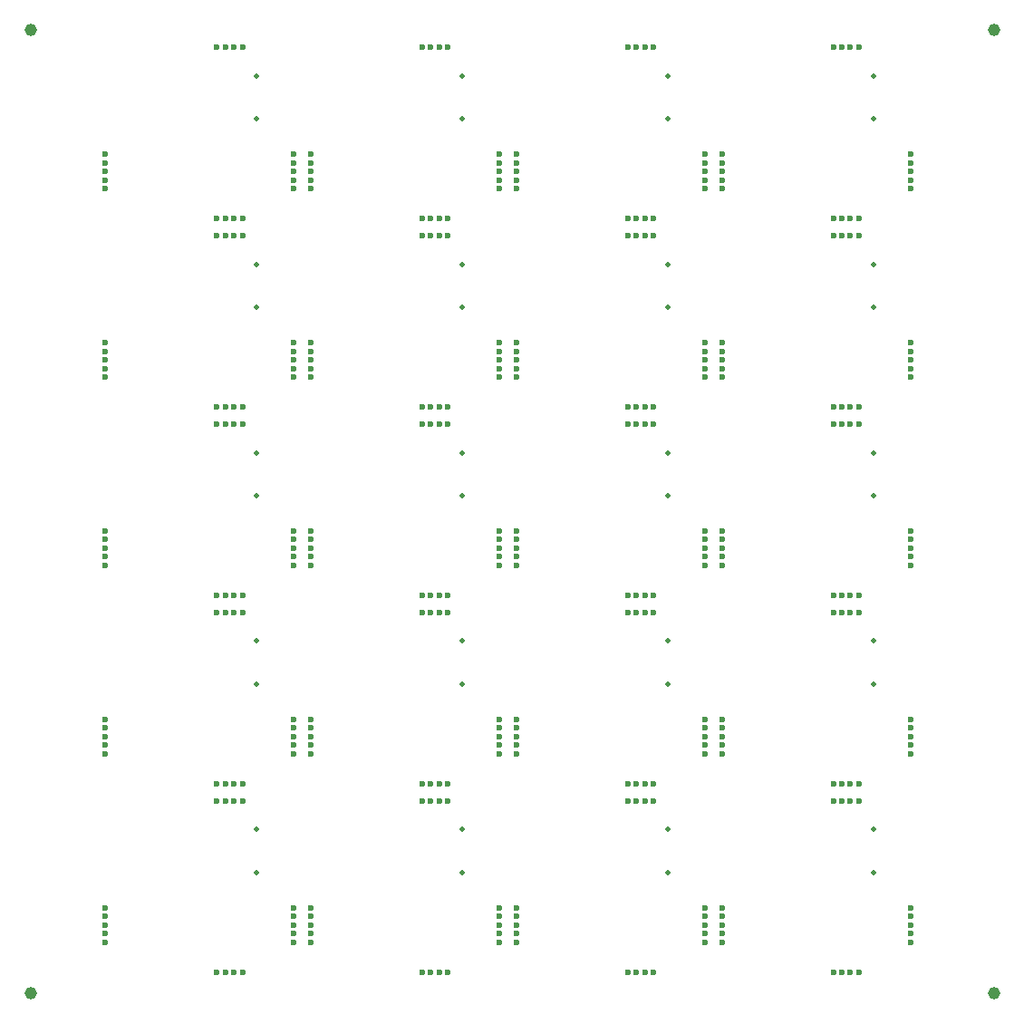
<source format=gbr>
%TF.GenerationSoftware,Altium Limited,Altium Designer,20.1.8 (145)*%
G04 Layer_Color=0*
%FSLAX45Y45*%
%MOMM*%
%TF.SameCoordinates,0AB19B83-9B04-4470-A1CB-4E81E99A1085*%
%TF.FilePolarity,Positive*%
%TF.FileFunction,NonPlated,1,2,NPTH,Drill*%
%TF.Part,CustomerPanel*%
G01*
G75*
%TA.AperFunction,OtherDrill,Pad Free-F (5mm,5mm)*%
%ADD56C,1.15200*%
%TA.AperFunction,OtherDrill,Pad Free-F (95mm,5mm)*%
%ADD57C,1.15200*%
%TA.AperFunction,OtherDrill,Pad Free-F (95mm,95mm)*%
%ADD58C,1.15200*%
%TA.AperFunction,OtherDrill,Pad Free-F (5mm,95mm)*%
%ADD59C,1.15200*%
%TA.AperFunction,OtherDrill,Pad Free-F (80mm,23mm)*%
%ADD60C,0.60000*%
%TA.AperFunction,OtherDrill,Pad Free-F (80.8mm,23mm)*%
%ADD61C,0.60000*%
%TA.AperFunction,OtherDrill,Pad Free-F (81.6mm,23mm)*%
%ADD62C,0.60000*%
%TA.AperFunction,OtherDrill,Pad Free-F (82.4mm,23mm)*%
%ADD63C,0.60000*%
%TA.AperFunction,OtherDrill,Pad Free-F (69.6mm,9.8mm)*%
%ADD64C,0.60000*%
%TA.AperFunction,OtherDrill,Pad Free-F (69.6mm,10.6mm)*%
%ADD65C,0.60000*%
%TA.AperFunction,OtherDrill,Pad Free-F (69.6mm,11.4mm)*%
%ADD66C,0.60000*%
%TA.AperFunction,OtherDrill,Pad Free-F (69.6mm,12.2mm)*%
%ADD67C,0.60000*%
%TA.AperFunction,OtherDrill,Pad Free-F (69.6mm,13mm)*%
%ADD68C,0.60000*%
%TA.AperFunction,OtherDrill,Pad Free-F (87.2mm,10.6mm)*%
%ADD69C,0.60000*%
%TA.AperFunction,OtherDrill,Pad Free-F (87.2mm,13mm)*%
%ADD70C,0.60000*%
%TA.AperFunction,OtherDrill,Pad Free-F (87.2mm,11.4mm)*%
%ADD71C,0.60000*%
%TA.AperFunction,OtherDrill,Pad Free-F (87.2mm,12.2mm)*%
%ADD72C,0.60000*%
%TA.AperFunction,OtherDrill,Pad Free-F (87.2mm,9.8mm)*%
%ADD73C,0.60000*%
%TA.AperFunction,OtherDrill,Pad Free-F (82.4mm,7mm)*%
%ADD74C,0.60000*%
%TA.AperFunction,OtherDrill,Pad Free-F (81.6mm,7mm)*%
%ADD75C,0.60000*%
%TA.AperFunction,OtherDrill,Pad Free-F (80.8mm,7mm)*%
%ADD76C,0.60000*%
%TA.AperFunction,OtherDrill,Pad Free-F (80mm,7mm)*%
%ADD77C,0.60000*%
%TA.AperFunction,OtherDrill,Pad Free-F (60.8mm,7mm)*%
%ADD78C,0.60000*%
%TA.AperFunction,OtherDrill,Pad Free-F (61.6mm,7mm)*%
%ADD79C,0.60000*%
%TA.AperFunction,OtherDrill,Pad Free-F (62.4mm,7mm)*%
%ADD80C,0.60000*%
%TA.AperFunction,OtherDrill,Pad Free-F (63.2mm,7mm)*%
%ADD81C,0.60000*%
%TA.AperFunction,OtherDrill,Pad Free-F (68mm,9.8mm)*%
%ADD82C,0.60000*%
%TA.AperFunction,OtherDrill,Pad Free-F (68mm,12.2mm)*%
%ADD83C,0.60000*%
%TA.AperFunction,OtherDrill,Pad Free-F (68mm,11.4mm)*%
%ADD84C,0.60000*%
%TA.AperFunction,OtherDrill,Pad Free-F (68mm,13mm)*%
%ADD85C,0.60000*%
%TA.AperFunction,OtherDrill,Pad Free-F (68mm,10.6mm)*%
%ADD86C,0.60000*%
%TA.AperFunction,OtherDrill,Pad Free-F (50.4mm,13mm)*%
%ADD87C,0.60000*%
%TA.AperFunction,OtherDrill,Pad Free-F (50.4mm,12.2mm)*%
%ADD88C,0.60000*%
%TA.AperFunction,OtherDrill,Pad Free-F (50.4mm,11.4mm)*%
%ADD89C,0.60000*%
%TA.AperFunction,OtherDrill,Pad Free-F (50.4mm,10.6mm)*%
%ADD90C,0.60000*%
%TA.AperFunction,OtherDrill,Pad Free-F (50.4mm,9.8mm)*%
%ADD91C,0.60000*%
%TA.AperFunction,OtherDrill,Pad Free-F (63.2mm,23mm)*%
%ADD92C,0.60000*%
%TA.AperFunction,OtherDrill,Pad Free-F (62.4mm,23mm)*%
%ADD93C,0.60000*%
%TA.AperFunction,OtherDrill,Pad Free-F (61.6mm,23mm)*%
%ADD94C,0.60000*%
%TA.AperFunction,OtherDrill,Pad Free-F (60.8mm,23mm)*%
%ADD95C,0.60000*%
%TA.AperFunction,OtherDrill,Pad Free-F (41.6mm,23mm)*%
%ADD96C,0.60000*%
%TA.AperFunction,OtherDrill,Pad Free-F (42.4mm,23mm)*%
%ADD97C,0.60000*%
%TA.AperFunction,OtherDrill,Pad Free-F (43.2mm,23mm)*%
%ADD98C,0.60000*%
%TA.AperFunction,OtherDrill,Pad Free-F (44mm,23mm)*%
%ADD99C,0.60000*%
%TA.AperFunction,OtherDrill,Pad Free-F (31.2mm,9.8mm)*%
%ADD100C,0.60000*%
%TA.AperFunction,OtherDrill,Pad Free-F (31.2mm,10.6mm)*%
%ADD101C,0.60000*%
%TA.AperFunction,OtherDrill,Pad Free-F (31.2mm,11.4mm)*%
%ADD102C,0.60000*%
%TA.AperFunction,OtherDrill,Pad Free-F (31.2mm,12.2mm)*%
%ADD103C,0.60000*%
%TA.AperFunction,OtherDrill,Pad Free-F (31.2mm,13mm)*%
%ADD104C,0.60000*%
%TA.AperFunction,OtherDrill,Pad Free-F (48.8mm,10.6mm)*%
%ADD105C,0.60000*%
%TA.AperFunction,OtherDrill,Pad Free-F (48.8mm,13mm)*%
%ADD106C,0.60000*%
%TA.AperFunction,OtherDrill,Pad Free-F (48.8mm,11.4mm)*%
%ADD107C,0.60000*%
%TA.AperFunction,OtherDrill,Pad Free-F (48.8mm,12.2mm)*%
%ADD108C,0.60000*%
%TA.AperFunction,OtherDrill,Pad Free-F (48.8mm,9.8mm)*%
%ADD109C,0.60000*%
%TA.AperFunction,OtherDrill,Pad Free-F (44mm,7mm)*%
%ADD110C,0.60000*%
%TA.AperFunction,OtherDrill,Pad Free-F (43.2mm,7mm)*%
%ADD111C,0.60000*%
%TA.AperFunction,OtherDrill,Pad Free-F (42.4mm,7mm)*%
%ADD112C,0.60000*%
%TA.AperFunction,OtherDrill,Pad Free-F (41.6mm,7mm)*%
%ADD113C,0.60000*%
%TA.AperFunction,OtherDrill,Pad Free-F (22.4mm,7mm)*%
%ADD114C,0.60000*%
%TA.AperFunction,OtherDrill,Pad Free-F (23.2mm,7mm)*%
%ADD115C,0.60000*%
%TA.AperFunction,OtherDrill,Pad Free-F (24mm,7mm)*%
%ADD116C,0.60000*%
%TA.AperFunction,OtherDrill,Pad Free-F (24.8mm,7mm)*%
%ADD117C,0.60000*%
%TA.AperFunction,OtherDrill,Pad Free-F (29.6mm,9.8mm)*%
%ADD118C,0.60000*%
%TA.AperFunction,OtherDrill,Pad Free-F (29.6mm,12.2mm)*%
%ADD119C,0.60000*%
%TA.AperFunction,OtherDrill,Pad Free-F (29.6mm,11.4mm)*%
%ADD120C,0.60000*%
%TA.AperFunction,OtherDrill,Pad Free-F (29.6mm,13mm)*%
%ADD121C,0.60000*%
%TA.AperFunction,OtherDrill,Pad Free-F (29.6mm,10.6mm)*%
%ADD122C,0.60000*%
%TA.AperFunction,OtherDrill,Pad Free-F (12mm,13mm)*%
%ADD123C,0.60000*%
%TA.AperFunction,OtherDrill,Pad Free-F (12mm,12.2mm)*%
%ADD124C,0.60000*%
%TA.AperFunction,OtherDrill,Pad Free-F (12mm,11.4mm)*%
%ADD125C,0.60000*%
%TA.AperFunction,OtherDrill,Pad Free-F (12mm,10.6mm)*%
%ADD126C,0.60000*%
%TA.AperFunction,OtherDrill,Pad Free-F (12mm,9.8mm)*%
%ADD127C,0.60000*%
%TA.AperFunction,OtherDrill,Pad Free-F (24.8mm,23mm)*%
%ADD128C,0.60000*%
%TA.AperFunction,OtherDrill,Pad Free-F (24mm,23mm)*%
%ADD129C,0.60000*%
%TA.AperFunction,OtherDrill,Pad Free-F (23.2mm,23mm)*%
%ADD130C,0.60000*%
%TA.AperFunction,OtherDrill,Pad Free-F (22.4mm,23mm)*%
%ADD131C,0.60000*%
%TA.AperFunction,OtherDrill,Pad Free-F (80mm,58.2mm)*%
%ADD132C,0.60000*%
%TA.AperFunction,OtherDrill,Pad Free-F (80.8mm,58.2mm)*%
%ADD133C,0.60000*%
%TA.AperFunction,OtherDrill,Pad Free-F (81.6mm,58.2mm)*%
%ADD134C,0.60000*%
%TA.AperFunction,OtherDrill,Pad Free-F (82.4mm,58.2mm)*%
%ADD135C,0.60000*%
%TA.AperFunction,OtherDrill,Pad Free-F (69.6mm,45mm)*%
%ADD136C,0.60000*%
%TA.AperFunction,OtherDrill,Pad Free-F (69.6mm,45.8mm)*%
%ADD137C,0.60000*%
%TA.AperFunction,OtherDrill,Pad Free-F (69.6mm,46.6mm)*%
%ADD138C,0.60000*%
%TA.AperFunction,OtherDrill,Pad Free-F (69.6mm,47.4mm)*%
%ADD139C,0.60000*%
%TA.AperFunction,OtherDrill,Pad Free-F (69.6mm,48.2mm)*%
%ADD140C,0.60000*%
%TA.AperFunction,OtherDrill,Pad Free-F (87.2mm,45.8mm)*%
%ADD141C,0.60000*%
%TA.AperFunction,OtherDrill,Pad Free-F (87.2mm,48.2mm)*%
%ADD142C,0.60000*%
%TA.AperFunction,OtherDrill,Pad Free-F (87.2mm,46.6mm)*%
%ADD143C,0.60000*%
%TA.AperFunction,OtherDrill,Pad Free-F (87.2mm,47.4mm)*%
%ADD144C,0.60000*%
%TA.AperFunction,OtherDrill,Pad Free-F (87.2mm,45mm)*%
%ADD145C,0.60000*%
%TA.AperFunction,OtherDrill,Pad Free-F (82.4mm,42.2mm)*%
%ADD146C,0.60000*%
%TA.AperFunction,OtherDrill,Pad Free-F (81.6mm,42.2mm)*%
%ADD147C,0.60000*%
%TA.AperFunction,OtherDrill,Pad Free-F (80.8mm,42.2mm)*%
%ADD148C,0.60000*%
%TA.AperFunction,OtherDrill,Pad Free-F (80mm,42.2mm)*%
%ADD149C,0.60000*%
%TA.AperFunction,OtherDrill,Pad Free-F (80mm,24.6mm)*%
%ADD150C,0.60000*%
%TA.AperFunction,OtherDrill,Pad Free-F (80.8mm,24.6mm)*%
%ADD151C,0.60000*%
%TA.AperFunction,OtherDrill,Pad Free-F (81.6mm,24.6mm)*%
%ADD152C,0.60000*%
%TA.AperFunction,OtherDrill,Pad Free-F (82.4mm,24.6mm)*%
%ADD153C,0.60000*%
%TA.AperFunction,OtherDrill,Pad Free-F (87.2mm,27.4mm)*%
%ADD154C,0.60000*%
%TA.AperFunction,OtherDrill,Pad Free-F (87.2mm,29.8mm)*%
%ADD155C,0.60000*%
%TA.AperFunction,OtherDrill,Pad Free-F (87.2mm,29mm)*%
%ADD156C,0.60000*%
%TA.AperFunction,OtherDrill,Pad Free-F (87.2mm,30.6mm)*%
%ADD157C,0.60000*%
%TA.AperFunction,OtherDrill,Pad Free-F (87.2mm,28.2mm)*%
%ADD158C,0.60000*%
%TA.AperFunction,OtherDrill,Pad Free-F (69.6mm,30.6mm)*%
%ADD159C,0.60000*%
%TA.AperFunction,OtherDrill,Pad Free-F (69.6mm,29.8mm)*%
%ADD160C,0.60000*%
%TA.AperFunction,OtherDrill,Pad Free-F (69.6mm,29mm)*%
%ADD161C,0.60000*%
%TA.AperFunction,OtherDrill,Pad Free-F (69.6mm,28.2mm)*%
%ADD162C,0.60000*%
%TA.AperFunction,OtherDrill,Pad Free-F (69.6mm,27.4mm)*%
%ADD163C,0.60000*%
%TA.AperFunction,OtherDrill,Pad Free-F (82.4mm,40.6mm)*%
%ADD164C,0.60000*%
%TA.AperFunction,OtherDrill,Pad Free-F (81.6mm,40.6mm)*%
%ADD165C,0.60000*%
%TA.AperFunction,OtherDrill,Pad Free-F (80.8mm,40.6mm)*%
%ADD166C,0.60000*%
%TA.AperFunction,OtherDrill,Pad Free-F (80mm,40.6mm)*%
%ADD167C,0.60000*%
%TA.AperFunction,OtherDrill,Pad Free-F (60.8mm,42.2mm)*%
%ADD168C,0.60000*%
%TA.AperFunction,OtherDrill,Pad Free-F (61.6mm,42.2mm)*%
%ADD169C,0.60000*%
%TA.AperFunction,OtherDrill,Pad Free-F (62.4mm,42.2mm)*%
%ADD170C,0.60000*%
%TA.AperFunction,OtherDrill,Pad Free-F (63.2mm,42.2mm)*%
%ADD171C,0.60000*%
%TA.AperFunction,OtherDrill,Pad Free-F (68mm,45mm)*%
%ADD172C,0.60000*%
%TA.AperFunction,OtherDrill,Pad Free-F (68mm,47.4mm)*%
%ADD173C,0.60000*%
%TA.AperFunction,OtherDrill,Pad Free-F (68mm,46.6mm)*%
%ADD174C,0.60000*%
%TA.AperFunction,OtherDrill,Pad Free-F (68mm,48.2mm)*%
%ADD175C,0.60000*%
%TA.AperFunction,OtherDrill,Pad Free-F (68mm,45.8mm)*%
%ADD176C,0.60000*%
%TA.AperFunction,OtherDrill,Pad Free-F (50.4mm,48.2mm)*%
%ADD177C,0.60000*%
%TA.AperFunction,OtherDrill,Pad Free-F (50.4mm,47.4mm)*%
%ADD178C,0.60000*%
%TA.AperFunction,OtherDrill,Pad Free-F (50.4mm,46.6mm)*%
%ADD179C,0.60000*%
%TA.AperFunction,OtherDrill,Pad Free-F (50.4mm,45.8mm)*%
%ADD180C,0.60000*%
%TA.AperFunction,OtherDrill,Pad Free-F (50.4mm,45mm)*%
%ADD181C,0.60000*%
%TA.AperFunction,OtherDrill,Pad Free-F (63.2mm,58.2mm)*%
%ADD182C,0.60000*%
%TA.AperFunction,OtherDrill,Pad Free-F (62.4mm,58.2mm)*%
%ADD183C,0.60000*%
%TA.AperFunction,OtherDrill,Pad Free-F (61.6mm,58.2mm)*%
%ADD184C,0.60000*%
%TA.AperFunction,OtherDrill,Pad Free-F (60.8mm,58.2mm)*%
%ADD185C,0.60000*%
%TA.AperFunction,OtherDrill,Pad Free-F (60.8mm,24.6mm)*%
%ADD186C,0.60000*%
%TA.AperFunction,OtherDrill,Pad Free-F (61.6mm,24.6mm)*%
%ADD187C,0.60000*%
%TA.AperFunction,OtherDrill,Pad Free-F (62.4mm,24.6mm)*%
%ADD188C,0.60000*%
%TA.AperFunction,OtherDrill,Pad Free-F (63.2mm,24.6mm)*%
%ADD189C,0.60000*%
%TA.AperFunction,OtherDrill,Pad Free-F (68mm,27.4mm)*%
%ADD190C,0.60000*%
%TA.AperFunction,OtherDrill,Pad Free-F (68mm,29.8mm)*%
%ADD191C,0.60000*%
%TA.AperFunction,OtherDrill,Pad Free-F (68mm,29mm)*%
%ADD192C,0.60000*%
%TA.AperFunction,OtherDrill,Pad Free-F (68mm,30.6mm)*%
%ADD193C,0.60000*%
%TA.AperFunction,OtherDrill,Pad Free-F (68mm,28.2mm)*%
%ADD194C,0.60000*%
%TA.AperFunction,OtherDrill,Pad Free-F (50.4mm,30.6mm)*%
%ADD195C,0.60000*%
%TA.AperFunction,OtherDrill,Pad Free-F (50.4mm,29.8mm)*%
%ADD196C,0.60000*%
%TA.AperFunction,OtherDrill,Pad Free-F (50.4mm,29mm)*%
%ADD197C,0.60000*%
%TA.AperFunction,OtherDrill,Pad Free-F (50.4mm,28.2mm)*%
%ADD198C,0.60000*%
%TA.AperFunction,OtherDrill,Pad Free-F (50.4mm,27.4mm)*%
%ADD199C,0.60000*%
%TA.AperFunction,OtherDrill,Pad Free-F (63.2mm,40.6mm)*%
%ADD200C,0.60000*%
%TA.AperFunction,OtherDrill,Pad Free-F (62.4mm,40.6mm)*%
%ADD201C,0.60000*%
%TA.AperFunction,OtherDrill,Pad Free-F (61.6mm,40.6mm)*%
%ADD202C,0.60000*%
%TA.AperFunction,OtherDrill,Pad Free-F (60.8mm,40.6mm)*%
%ADD203C,0.60000*%
%TA.AperFunction,OtherDrill,Pad Free-F (41.6mm,58.2mm)*%
%ADD204C,0.60000*%
%TA.AperFunction,OtherDrill,Pad Free-F (42.4mm,58.2mm)*%
%ADD205C,0.60000*%
%TA.AperFunction,OtherDrill,Pad Free-F (43.2mm,58.2mm)*%
%ADD206C,0.60000*%
%TA.AperFunction,OtherDrill,Pad Free-F (44mm,58.2mm)*%
%ADD207C,0.60000*%
%TA.AperFunction,OtherDrill,Pad Free-F (31.2mm,45mm)*%
%ADD208C,0.60000*%
%TA.AperFunction,OtherDrill,Pad Free-F (31.2mm,45.8mm)*%
%ADD209C,0.60000*%
%TA.AperFunction,OtherDrill,Pad Free-F (31.2mm,46.6mm)*%
%ADD210C,0.60000*%
%TA.AperFunction,OtherDrill,Pad Free-F (31.2mm,47.4mm)*%
%ADD211C,0.60000*%
%TA.AperFunction,OtherDrill,Pad Free-F (31.2mm,48.2mm)*%
%ADD212C,0.60000*%
%TA.AperFunction,OtherDrill,Pad Free-F (48.8mm,45.8mm)*%
%ADD213C,0.60000*%
%TA.AperFunction,OtherDrill,Pad Free-F (48.8mm,48.2mm)*%
%ADD214C,0.60000*%
%TA.AperFunction,OtherDrill,Pad Free-F (48.8mm,46.6mm)*%
%ADD215C,0.60000*%
%TA.AperFunction,OtherDrill,Pad Free-F (48.8mm,47.4mm)*%
%ADD216C,0.60000*%
%TA.AperFunction,OtherDrill,Pad Free-F (48.8mm,45mm)*%
%ADD217C,0.60000*%
%TA.AperFunction,OtherDrill,Pad Free-F (44mm,42.2mm)*%
%ADD218C,0.60000*%
%TA.AperFunction,OtherDrill,Pad Free-F (43.2mm,42.2mm)*%
%ADD219C,0.60000*%
%TA.AperFunction,OtherDrill,Pad Free-F (42.4mm,42.2mm)*%
%ADD220C,0.60000*%
%TA.AperFunction,OtherDrill,Pad Free-F (41.6mm,42.2mm)*%
%ADD221C,0.60000*%
%TA.AperFunction,OtherDrill,Pad Free-F (41.6mm,24.6mm)*%
%ADD222C,0.60000*%
%TA.AperFunction,OtherDrill,Pad Free-F (42.4mm,24.6mm)*%
%ADD223C,0.60000*%
%TA.AperFunction,OtherDrill,Pad Free-F (43.2mm,24.6mm)*%
%ADD224C,0.60000*%
%TA.AperFunction,OtherDrill,Pad Free-F (44mm,24.6mm)*%
%ADD225C,0.60000*%
%TA.AperFunction,OtherDrill,Pad Free-F (48.8mm,27.4mm)*%
%ADD226C,0.60000*%
%TA.AperFunction,OtherDrill,Pad Free-F (48.8mm,29.8mm)*%
%ADD227C,0.60000*%
%TA.AperFunction,OtherDrill,Pad Free-F (48.8mm,29mm)*%
%ADD228C,0.60000*%
%TA.AperFunction,OtherDrill,Pad Free-F (48.8mm,30.6mm)*%
%ADD229C,0.60000*%
%TA.AperFunction,OtherDrill,Pad Free-F (48.8mm,28.2mm)*%
%ADD230C,0.60000*%
%TA.AperFunction,OtherDrill,Pad Free-F (31.2mm,30.6mm)*%
%ADD231C,0.60000*%
%TA.AperFunction,OtherDrill,Pad Free-F (31.2mm,29.8mm)*%
%ADD232C,0.60000*%
%TA.AperFunction,OtherDrill,Pad Free-F (31.2mm,29mm)*%
%ADD233C,0.60000*%
%TA.AperFunction,OtherDrill,Pad Free-F (31.2mm,28.2mm)*%
%ADD234C,0.60000*%
%TA.AperFunction,OtherDrill,Pad Free-F (31.2mm,27.4mm)*%
%ADD235C,0.60000*%
%TA.AperFunction,OtherDrill,Pad Free-F (44mm,40.6mm)*%
%ADD236C,0.60000*%
%TA.AperFunction,OtherDrill,Pad Free-F (43.2mm,40.6mm)*%
%ADD237C,0.60000*%
%TA.AperFunction,OtherDrill,Pad Free-F (42.4mm,40.6mm)*%
%ADD238C,0.60000*%
%TA.AperFunction,OtherDrill,Pad Free-F (41.6mm,40.6mm)*%
%ADD239C,0.60000*%
%TA.AperFunction,OtherDrill,Pad Free-F (22.4mm,42.2mm)*%
%ADD240C,0.60000*%
%TA.AperFunction,OtherDrill,Pad Free-F (23.2mm,42.2mm)*%
%ADD241C,0.60000*%
%TA.AperFunction,OtherDrill,Pad Free-F (24mm,42.2mm)*%
%ADD242C,0.60000*%
%TA.AperFunction,OtherDrill,Pad Free-F (24.8mm,42.2mm)*%
%ADD243C,0.60000*%
%TA.AperFunction,OtherDrill,Pad Free-F (29.6mm,45mm)*%
%ADD244C,0.60000*%
%TA.AperFunction,OtherDrill,Pad Free-F (29.6mm,47.4mm)*%
%ADD245C,0.60000*%
%TA.AperFunction,OtherDrill,Pad Free-F (29.6mm,46.6mm)*%
%ADD246C,0.60000*%
%TA.AperFunction,OtherDrill,Pad Free-F (29.6mm,48.2mm)*%
%ADD247C,0.60000*%
%TA.AperFunction,OtherDrill,Pad Free-F (29.6mm,45.8mm)*%
%ADD248C,0.60000*%
%TA.AperFunction,OtherDrill,Pad Free-F (12mm,48.2mm)*%
%ADD249C,0.60000*%
%TA.AperFunction,OtherDrill,Pad Free-F (12mm,47.4mm)*%
%ADD250C,0.60000*%
%TA.AperFunction,OtherDrill,Pad Free-F (12mm,46.6mm)*%
%ADD251C,0.60000*%
%TA.AperFunction,OtherDrill,Pad Free-F (12mm,45.8mm)*%
%ADD252C,0.60000*%
%TA.AperFunction,OtherDrill,Pad Free-F (12mm,45mm)*%
%ADD253C,0.60000*%
%TA.AperFunction,OtherDrill,Pad Free-F (24.8mm,58.2mm)*%
%ADD254C,0.60000*%
%TA.AperFunction,OtherDrill,Pad Free-F (24mm,58.2mm)*%
%ADD255C,0.60000*%
%TA.AperFunction,OtherDrill,Pad Free-F (23.2mm,58.2mm)*%
%ADD256C,0.60000*%
%TA.AperFunction,OtherDrill,Pad Free-F (22.4mm,58.2mm)*%
%ADD257C,0.60000*%
%TA.AperFunction,OtherDrill,Pad Free-F (22.4mm,24.6mm)*%
%ADD258C,0.60000*%
%TA.AperFunction,OtherDrill,Pad Free-F (23.2mm,24.6mm)*%
%ADD259C,0.60000*%
%TA.AperFunction,OtherDrill,Pad Free-F (24mm,24.6mm)*%
%ADD260C,0.60000*%
%TA.AperFunction,OtherDrill,Pad Free-F (24.8mm,24.6mm)*%
%ADD261C,0.60000*%
%TA.AperFunction,OtherDrill,Pad Free-F (29.6mm,27.4mm)*%
%ADD262C,0.60000*%
%TA.AperFunction,OtherDrill,Pad Free-F (29.6mm,29.8mm)*%
%ADD263C,0.60000*%
%TA.AperFunction,OtherDrill,Pad Free-F (29.6mm,29mm)*%
%ADD264C,0.60000*%
%TA.AperFunction,OtherDrill,Pad Free-F (29.6mm,30.6mm)*%
%ADD265C,0.60000*%
%TA.AperFunction,OtherDrill,Pad Free-F (29.6mm,28.2mm)*%
%ADD266C,0.60000*%
%TA.AperFunction,OtherDrill,Pad Free-F (12mm,30.6mm)*%
%ADD267C,0.60000*%
%TA.AperFunction,OtherDrill,Pad Free-F (12mm,29.8mm)*%
%ADD268C,0.60000*%
%TA.AperFunction,OtherDrill,Pad Free-F (12mm,29mm)*%
%ADD269C,0.60000*%
%TA.AperFunction,OtherDrill,Pad Free-F (12mm,28.2mm)*%
%ADD270C,0.60000*%
%TA.AperFunction,OtherDrill,Pad Free-F (12mm,27.4mm)*%
%ADD271C,0.60000*%
%TA.AperFunction,OtherDrill,Pad Free-F (24.8mm,40.6mm)*%
%ADD272C,0.60000*%
%TA.AperFunction,OtherDrill,Pad Free-F (24mm,40.6mm)*%
%ADD273C,0.60000*%
%TA.AperFunction,OtherDrill,Pad Free-F (23.2mm,40.6mm)*%
%ADD274C,0.60000*%
%TA.AperFunction,OtherDrill,Pad Free-F (22.4mm,40.6mm)*%
%ADD275C,0.60000*%
%TA.AperFunction,OtherDrill,Pad Free-F (41.6mm,93.4mm)*%
%ADD276C,0.60000*%
%TA.AperFunction,OtherDrill,Pad Free-F (42.4mm,93.4mm)*%
%ADD277C,0.60000*%
%TA.AperFunction,OtherDrill,Pad Free-F (43.2mm,93.4mm)*%
%ADD278C,0.60000*%
%TA.AperFunction,OtherDrill,Pad Free-F (44mm,93.4mm)*%
%ADD279C,0.60000*%
%TA.AperFunction,OtherDrill,Pad Free-F (31.2mm,80.2mm)*%
%ADD280C,0.60000*%
%TA.AperFunction,OtherDrill,Pad Free-F (31.2mm,81mm)*%
%ADD281C,0.60000*%
%TA.AperFunction,OtherDrill,Pad Free-F (31.2mm,81.8mm)*%
%ADD282C,0.60000*%
%TA.AperFunction,OtherDrill,Pad Free-F (31.2mm,82.6mm)*%
%ADD283C,0.60000*%
%TA.AperFunction,OtherDrill,Pad Free-F (31.2mm,83.4mm)*%
%ADD284C,0.60000*%
%TA.AperFunction,OtherDrill,Pad Free-F (48.8mm,81mm)*%
%ADD285C,0.60000*%
%TA.AperFunction,OtherDrill,Pad Free-F (48.8mm,83.4mm)*%
%ADD286C,0.60000*%
%TA.AperFunction,OtherDrill,Pad Free-F (48.8mm,81.8mm)*%
%ADD287C,0.60000*%
%TA.AperFunction,OtherDrill,Pad Free-F (48.8mm,82.6mm)*%
%ADD288C,0.60000*%
%TA.AperFunction,OtherDrill,Pad Free-F (48.8mm,80.2mm)*%
%ADD289C,0.60000*%
%TA.AperFunction,OtherDrill,Pad Free-F (44mm,77.4mm)*%
%ADD290C,0.60000*%
%TA.AperFunction,OtherDrill,Pad Free-F (43.2mm,77.4mm)*%
%ADD291C,0.60000*%
%TA.AperFunction,OtherDrill,Pad Free-F (42.4mm,77.4mm)*%
%ADD292C,0.60000*%
%TA.AperFunction,OtherDrill,Pad Free-F (41.6mm,77.4mm)*%
%ADD293C,0.60000*%
%TA.AperFunction,OtherDrill,Pad Free-F (41.6mm,59.8mm)*%
%ADD294C,0.60000*%
%TA.AperFunction,OtherDrill,Pad Free-F (42.4mm,59.8mm)*%
%ADD295C,0.60000*%
%TA.AperFunction,OtherDrill,Pad Free-F (43.2mm,59.8mm)*%
%ADD296C,0.60000*%
%TA.AperFunction,OtherDrill,Pad Free-F (44mm,59.8mm)*%
%ADD297C,0.60000*%
%TA.AperFunction,OtherDrill,Pad Free-F (48.8mm,62.6mm)*%
%ADD298C,0.60000*%
%TA.AperFunction,OtherDrill,Pad Free-F (48.8mm,65mm)*%
%ADD299C,0.60000*%
%TA.AperFunction,OtherDrill,Pad Free-F (48.8mm,64.2mm)*%
%ADD300C,0.60000*%
%TA.AperFunction,OtherDrill,Pad Free-F (48.8mm,65.8mm)*%
%ADD301C,0.60000*%
%TA.AperFunction,OtherDrill,Pad Free-F (48.8mm,63.4mm)*%
%ADD302C,0.60000*%
%TA.AperFunction,OtherDrill,Pad Free-F (31.2mm,65.8mm)*%
%ADD303C,0.60000*%
%TA.AperFunction,OtherDrill,Pad Free-F (31.2mm,65mm)*%
%ADD304C,0.60000*%
%TA.AperFunction,OtherDrill,Pad Free-F (31.2mm,64.2mm)*%
%ADD305C,0.60000*%
%TA.AperFunction,OtherDrill,Pad Free-F (31.2mm,63.4mm)*%
%ADD306C,0.60000*%
%TA.AperFunction,OtherDrill,Pad Free-F (31.2mm,62.6mm)*%
%ADD307C,0.60000*%
%TA.AperFunction,OtherDrill,Pad Free-F (44mm,75.8mm)*%
%ADD308C,0.60000*%
%TA.AperFunction,OtherDrill,Pad Free-F (43.2mm,75.8mm)*%
%ADD309C,0.60000*%
%TA.AperFunction,OtherDrill,Pad Free-F (42.4mm,75.8mm)*%
%ADD310C,0.60000*%
%TA.AperFunction,OtherDrill,Pad Free-F (41.6mm,75.8mm)*%
%ADD311C,0.60000*%
%TA.AperFunction,OtherDrill,Pad Free-F (22.4mm,77.4mm)*%
%ADD312C,0.60000*%
%TA.AperFunction,OtherDrill,Pad Free-F (23.2mm,77.4mm)*%
%ADD313C,0.60000*%
%TA.AperFunction,OtherDrill,Pad Free-F (24mm,77.4mm)*%
%ADD314C,0.60000*%
%TA.AperFunction,OtherDrill,Pad Free-F (24.8mm,77.4mm)*%
%ADD315C,0.60000*%
%TA.AperFunction,OtherDrill,Pad Free-F (29.6mm,80.2mm)*%
%ADD316C,0.60000*%
%TA.AperFunction,OtherDrill,Pad Free-F (29.6mm,82.6mm)*%
%ADD317C,0.60000*%
%TA.AperFunction,OtherDrill,Pad Free-F (29.6mm,81.8mm)*%
%ADD318C,0.60000*%
%TA.AperFunction,OtherDrill,Pad Free-F (29.6mm,83.4mm)*%
%ADD319C,0.60000*%
%TA.AperFunction,OtherDrill,Pad Free-F (29.6mm,81mm)*%
%ADD320C,0.60000*%
%TA.AperFunction,OtherDrill,Pad Free-F (12mm,83.4mm)*%
%ADD321C,0.60000*%
%TA.AperFunction,OtherDrill,Pad Free-F (12mm,82.6mm)*%
%ADD322C,0.60000*%
%TA.AperFunction,OtherDrill,Pad Free-F (12mm,81.8mm)*%
%ADD323C,0.60000*%
%TA.AperFunction,OtherDrill,Pad Free-F (12mm,81mm)*%
%ADD324C,0.60000*%
%TA.AperFunction,OtherDrill,Pad Free-F (12mm,80.2mm)*%
%ADD325C,0.60000*%
%TA.AperFunction,OtherDrill,Pad Free-F (24.8mm,93.4mm)*%
%ADD326C,0.60000*%
%TA.AperFunction,OtherDrill,Pad Free-F (24mm,93.4mm)*%
%ADD327C,0.60000*%
%TA.AperFunction,OtherDrill,Pad Free-F (23.2mm,93.4mm)*%
%ADD328C,0.60000*%
%TA.AperFunction,OtherDrill,Pad Free-F (22.4mm,93.4mm)*%
%ADD329C,0.60000*%
%TA.AperFunction,OtherDrill,Pad Free-F (22.4mm,59.8mm)*%
%ADD330C,0.60000*%
%TA.AperFunction,OtherDrill,Pad Free-F (23.2mm,59.8mm)*%
%ADD331C,0.60000*%
%TA.AperFunction,OtherDrill,Pad Free-F (24mm,59.8mm)*%
%ADD332C,0.60000*%
%TA.AperFunction,OtherDrill,Pad Free-F (24.8mm,59.8mm)*%
%ADD333C,0.60000*%
%TA.AperFunction,OtherDrill,Pad Free-F (29.6mm,62.6mm)*%
%ADD334C,0.60000*%
%TA.AperFunction,OtherDrill,Pad Free-F (29.6mm,65mm)*%
%ADD335C,0.60000*%
%TA.AperFunction,OtherDrill,Pad Free-F (29.6mm,64.2mm)*%
%ADD336C,0.60000*%
%TA.AperFunction,OtherDrill,Pad Free-F (29.6mm,65.8mm)*%
%ADD337C,0.60000*%
%TA.AperFunction,OtherDrill,Pad Free-F (29.6mm,63.4mm)*%
%ADD338C,0.60000*%
%TA.AperFunction,OtherDrill,Pad Free-F (12mm,65.8mm)*%
%ADD339C,0.60000*%
%TA.AperFunction,OtherDrill,Pad Free-F (12mm,65mm)*%
%ADD340C,0.60000*%
%TA.AperFunction,OtherDrill,Pad Free-F (12mm,64.2mm)*%
%ADD341C,0.60000*%
%TA.AperFunction,OtherDrill,Pad Free-F (12mm,63.4mm)*%
%ADD342C,0.60000*%
%TA.AperFunction,OtherDrill,Pad Free-F (12mm,62.6mm)*%
%ADD343C,0.60000*%
%TA.AperFunction,OtherDrill,Pad Free-F (24.8mm,75.8mm)*%
%ADD344C,0.60000*%
%TA.AperFunction,OtherDrill,Pad Free-F (24mm,75.8mm)*%
%ADD345C,0.60000*%
%TA.AperFunction,OtherDrill,Pad Free-F (23.2mm,75.8mm)*%
%ADD346C,0.60000*%
%TA.AperFunction,OtherDrill,Pad Free-F (22.4mm,75.8mm)*%
%ADD347C,0.60000*%
%TA.AperFunction,OtherDrill,Pad Free-F (60.8mm,75.8mm)*%
%ADD348C,0.60000*%
%TA.AperFunction,OtherDrill,Pad Free-F (61.6mm,75.8mm)*%
%ADD349C,0.60000*%
%TA.AperFunction,OtherDrill,Pad Free-F (62.4mm,75.8mm)*%
%ADD350C,0.60000*%
%TA.AperFunction,OtherDrill,Pad Free-F (63.2mm,75.8mm)*%
%ADD351C,0.60000*%
%TA.AperFunction,OtherDrill,Pad Free-F (50.4mm,62.6mm)*%
%ADD352C,0.60000*%
%TA.AperFunction,OtherDrill,Pad Free-F (50.4mm,63.4mm)*%
%ADD353C,0.60000*%
%TA.AperFunction,OtherDrill,Pad Free-F (50.4mm,64.2mm)*%
%ADD354C,0.60000*%
%TA.AperFunction,OtherDrill,Pad Free-F (50.4mm,65mm)*%
%ADD355C,0.60000*%
%TA.AperFunction,OtherDrill,Pad Free-F (50.4mm,65.8mm)*%
%ADD356C,0.60000*%
%TA.AperFunction,OtherDrill,Pad Free-F (68mm,63.4mm)*%
%ADD357C,0.60000*%
%TA.AperFunction,OtherDrill,Pad Free-F (68mm,65.8mm)*%
%ADD358C,0.60000*%
%TA.AperFunction,OtherDrill,Pad Free-F (68mm,64.2mm)*%
%ADD359C,0.60000*%
%TA.AperFunction,OtherDrill,Pad Free-F (68mm,65mm)*%
%ADD360C,0.60000*%
%TA.AperFunction,OtherDrill,Pad Free-F (68mm,62.6mm)*%
%ADD361C,0.60000*%
%TA.AperFunction,OtherDrill,Pad Free-F (63.2mm,59.8mm)*%
%ADD362C,0.60000*%
%TA.AperFunction,OtherDrill,Pad Free-F (62.4mm,59.8mm)*%
%ADD363C,0.60000*%
%TA.AperFunction,OtherDrill,Pad Free-F (61.6mm,59.8mm)*%
%ADD364C,0.60000*%
%TA.AperFunction,OtherDrill,Pad Free-F (60.8mm,59.8mm)*%
%ADD365C,0.60000*%
%TA.AperFunction,OtherDrill,Pad Free-F (60.8mm,93.4mm)*%
%ADD366C,0.60000*%
%TA.AperFunction,OtherDrill,Pad Free-F (61.6mm,93.4mm)*%
%ADD367C,0.60000*%
%TA.AperFunction,OtherDrill,Pad Free-F (62.4mm,93.4mm)*%
%ADD368C,0.60000*%
%TA.AperFunction,OtherDrill,Pad Free-F (63.2mm,93.4mm)*%
%ADD369C,0.60000*%
%TA.AperFunction,OtherDrill,Pad Free-F (50.4mm,80.2mm)*%
%ADD370C,0.60000*%
%TA.AperFunction,OtherDrill,Pad Free-F (50.4mm,81mm)*%
%ADD371C,0.60000*%
%TA.AperFunction,OtherDrill,Pad Free-F (50.4mm,81.8mm)*%
%ADD372C,0.60000*%
%TA.AperFunction,OtherDrill,Pad Free-F (50.4mm,82.6mm)*%
%ADD373C,0.60000*%
%TA.AperFunction,OtherDrill,Pad Free-F (50.4mm,83.4mm)*%
%ADD374C,0.60000*%
%TA.AperFunction,OtherDrill,Pad Free-F (68mm,81mm)*%
%ADD375C,0.60000*%
%TA.AperFunction,OtherDrill,Pad Free-F (68mm,83.4mm)*%
%ADD376C,0.60000*%
%TA.AperFunction,OtherDrill,Pad Free-F (68mm,81.8mm)*%
%ADD377C,0.60000*%
%TA.AperFunction,OtherDrill,Pad Free-F (68mm,82.6mm)*%
%ADD378C,0.60000*%
%TA.AperFunction,OtherDrill,Pad Free-F (68mm,80.2mm)*%
%ADD379C,0.60000*%
%TA.AperFunction,OtherDrill,Pad Free-F (63.2mm,77.4mm)*%
%ADD380C,0.60000*%
%TA.AperFunction,OtherDrill,Pad Free-F (62.4mm,77.4mm)*%
%ADD381C,0.60000*%
%TA.AperFunction,OtherDrill,Pad Free-F (61.6mm,77.4mm)*%
%ADD382C,0.60000*%
%TA.AperFunction,OtherDrill,Pad Free-F (60.8mm,77.4mm)*%
%ADD383C,0.60000*%
%TA.AperFunction,OtherDrill,Pad Free-F (80mm,75.8mm)*%
%ADD384C,0.60000*%
%TA.AperFunction,OtherDrill,Pad Free-F (80.8mm,75.8mm)*%
%ADD385C,0.60000*%
%TA.AperFunction,OtherDrill,Pad Free-F (81.6mm,75.8mm)*%
%ADD386C,0.60000*%
%TA.AperFunction,OtherDrill,Pad Free-F (82.4mm,75.8mm)*%
%ADD387C,0.60000*%
%TA.AperFunction,OtherDrill,Pad Free-F (69.6mm,62.6mm)*%
%ADD388C,0.60000*%
%TA.AperFunction,OtherDrill,Pad Free-F (69.6mm,63.4mm)*%
%ADD389C,0.60000*%
%TA.AperFunction,OtherDrill,Pad Free-F (69.6mm,64.2mm)*%
%ADD390C,0.60000*%
%TA.AperFunction,OtherDrill,Pad Free-F (69.6mm,65mm)*%
%ADD391C,0.60000*%
%TA.AperFunction,OtherDrill,Pad Free-F (69.6mm,65.8mm)*%
%ADD392C,0.60000*%
%TA.AperFunction,OtherDrill,Pad Free-F (87.2mm,63.4mm)*%
%ADD393C,0.60000*%
%TA.AperFunction,OtherDrill,Pad Free-F (87.2mm,65.8mm)*%
%ADD394C,0.60000*%
%TA.AperFunction,OtherDrill,Pad Free-F (87.2mm,64.2mm)*%
%ADD395C,0.60000*%
%TA.AperFunction,OtherDrill,Pad Free-F (87.2mm,65mm)*%
%ADD396C,0.60000*%
%TA.AperFunction,OtherDrill,Pad Free-F (87.2mm,62.6mm)*%
%ADD397C,0.60000*%
%TA.AperFunction,OtherDrill,Pad Free-F (82.4mm,59.8mm)*%
%ADD398C,0.60000*%
%TA.AperFunction,OtherDrill,Pad Free-F (81.6mm,59.8mm)*%
%ADD399C,0.60000*%
%TA.AperFunction,OtherDrill,Pad Free-F (80.8mm,59.8mm)*%
%ADD400C,0.60000*%
%TA.AperFunction,OtherDrill,Pad Free-F (80mm,59.8mm)*%
%ADD401C,0.60000*%
%TA.AperFunction,OtherDrill,Pad Free-F (80mm,77.4mm)*%
%ADD402C,0.60000*%
%TA.AperFunction,OtherDrill,Pad Free-F (80.8mm,77.4mm)*%
%ADD403C,0.60000*%
%TA.AperFunction,OtherDrill,Pad Free-F (81.6mm,77.4mm)*%
%ADD404C,0.60000*%
%TA.AperFunction,OtherDrill,Pad Free-F (82.4mm,77.4mm)*%
%ADD405C,0.60000*%
%TA.AperFunction,OtherDrill,Pad Free-F (87.2mm,80.2mm)*%
%ADD406C,0.60000*%
%TA.AperFunction,OtherDrill,Pad Free-F (87.2mm,82.6mm)*%
%ADD407C,0.60000*%
%TA.AperFunction,OtherDrill,Pad Free-F (87.2mm,81.8mm)*%
%ADD408C,0.60000*%
%TA.AperFunction,OtherDrill,Pad Free-F (87.2mm,83.4mm)*%
%ADD409C,0.60000*%
%TA.AperFunction,OtherDrill,Pad Free-F (87.2mm,81mm)*%
%ADD410C,0.60000*%
%TA.AperFunction,OtherDrill,Pad Free-F (69.6mm,83.4mm)*%
%ADD411C,0.60000*%
%TA.AperFunction,OtherDrill,Pad Free-F (69.6mm,82.6mm)*%
%ADD412C,0.60000*%
%TA.AperFunction,OtherDrill,Pad Free-F (69.6mm,81.8mm)*%
%ADD413C,0.60000*%
%TA.AperFunction,OtherDrill,Pad Free-F (69.6mm,81mm)*%
%ADD414C,0.60000*%
%TA.AperFunction,OtherDrill,Pad Free-F (69.6mm,80.2mm)*%
%ADD415C,0.60000*%
%TA.AperFunction,OtherDrill,Pad Free-F (82.4mm,93.4mm)*%
%ADD416C,0.60000*%
%TA.AperFunction,OtherDrill,Pad Free-F (81.6mm,93.4mm)*%
%ADD417C,0.60000*%
%TA.AperFunction,OtherDrill,Pad Free-F (80.8mm,93.4mm)*%
%ADD418C,0.60000*%
%TA.AperFunction,OtherDrill,Pad Free-F (80mm,93.4mm)*%
%ADD419C,0.60000*%
%TA.AperFunction,ComponentDrill*%
%ADD420C,0.50000*%
D56*
X500000Y500000D02*
D03*
D57*
X9500000D02*
D03*
D58*
Y9500000D02*
D03*
D59*
X500000D02*
D03*
D60*
X8000000Y2300000D02*
D03*
D61*
X8080000D02*
D03*
D62*
X8160000D02*
D03*
D63*
X8240000D02*
D03*
D64*
X6960000Y980000D02*
D03*
D65*
Y1060000D02*
D03*
D66*
Y1140000D02*
D03*
D67*
Y1220000D02*
D03*
D68*
Y1300000D02*
D03*
D69*
X8720000Y1060000D02*
D03*
D70*
Y1300000D02*
D03*
D71*
Y1140000D02*
D03*
D72*
Y1220000D02*
D03*
D73*
Y980000D02*
D03*
D74*
X8240000Y700000D02*
D03*
D75*
X8160000D02*
D03*
D76*
X8080000D02*
D03*
D77*
X8000000D02*
D03*
D78*
X6080000D02*
D03*
D79*
X6160000D02*
D03*
D80*
X6240000D02*
D03*
D81*
X6320000D02*
D03*
D82*
X6800000Y980000D02*
D03*
D83*
Y1220000D02*
D03*
D84*
Y1140000D02*
D03*
D85*
Y1300000D02*
D03*
D86*
Y1060000D02*
D03*
D87*
X5040000Y1300000D02*
D03*
D88*
Y1220000D02*
D03*
D89*
Y1140000D02*
D03*
D90*
Y1060000D02*
D03*
D91*
Y980000D02*
D03*
D92*
X6320000Y2300000D02*
D03*
D93*
X6240000D02*
D03*
D94*
X6160000D02*
D03*
D95*
X6080000D02*
D03*
D96*
X4160000D02*
D03*
D97*
X4240000D02*
D03*
D98*
X4320000D02*
D03*
D99*
X4400000D02*
D03*
D100*
X3120000Y980000D02*
D03*
D101*
Y1060000D02*
D03*
D102*
Y1140000D02*
D03*
D103*
Y1220000D02*
D03*
D104*
Y1300000D02*
D03*
D105*
X4880000Y1060000D02*
D03*
D106*
Y1300000D02*
D03*
D107*
Y1140000D02*
D03*
D108*
Y1220000D02*
D03*
D109*
Y980000D02*
D03*
D110*
X4400000Y700000D02*
D03*
D111*
X4320000D02*
D03*
D112*
X4240000D02*
D03*
D113*
X4160000D02*
D03*
D114*
X2240000D02*
D03*
D115*
X2320000D02*
D03*
D116*
X2400000D02*
D03*
D117*
X2480000D02*
D03*
D118*
X2960000Y980000D02*
D03*
D119*
Y1220000D02*
D03*
D120*
Y1140000D02*
D03*
D121*
Y1300000D02*
D03*
D122*
Y1060000D02*
D03*
D123*
X1200000Y1300000D02*
D03*
D124*
Y1220000D02*
D03*
D125*
Y1140000D02*
D03*
D126*
Y1060000D02*
D03*
D127*
Y980000D02*
D03*
D128*
X2480000Y2300000D02*
D03*
D129*
X2400000D02*
D03*
D130*
X2320000D02*
D03*
D131*
X2240000D02*
D03*
D132*
X8000000Y5820000D02*
D03*
D133*
X8080000D02*
D03*
D134*
X8160000D02*
D03*
D135*
X8240000D02*
D03*
D136*
X6960000Y4500000D02*
D03*
D137*
Y4580000D02*
D03*
D138*
Y4660000D02*
D03*
D139*
Y4740000D02*
D03*
D140*
Y4820000D02*
D03*
D141*
X8720000Y4580000D02*
D03*
D142*
Y4820000D02*
D03*
D143*
Y4660000D02*
D03*
D144*
Y4740000D02*
D03*
D145*
Y4500000D02*
D03*
D146*
X8240000Y4220000D02*
D03*
D147*
X8160000D02*
D03*
D148*
X8080000D02*
D03*
D149*
X8000000D02*
D03*
D150*
Y2460000D02*
D03*
D151*
X8080000D02*
D03*
D152*
X8160000D02*
D03*
D153*
X8240000D02*
D03*
D154*
X8720000Y2740000D02*
D03*
D155*
Y2980000D02*
D03*
D156*
Y2900000D02*
D03*
D157*
Y3060000D02*
D03*
D158*
Y2820000D02*
D03*
D159*
X6960000Y3060000D02*
D03*
D160*
Y2980000D02*
D03*
D161*
Y2900000D02*
D03*
D162*
Y2820000D02*
D03*
D163*
Y2740000D02*
D03*
D164*
X8240000Y4060000D02*
D03*
D165*
X8160000D02*
D03*
D166*
X8080000D02*
D03*
D167*
X8000000D02*
D03*
D168*
X6080000Y4220000D02*
D03*
D169*
X6160000D02*
D03*
D170*
X6240000D02*
D03*
D171*
X6320000D02*
D03*
D172*
X6800000Y4500000D02*
D03*
D173*
Y4740000D02*
D03*
D174*
Y4660000D02*
D03*
D175*
Y4820000D02*
D03*
D176*
Y4580000D02*
D03*
D177*
X5040000Y4820000D02*
D03*
D178*
Y4740000D02*
D03*
D179*
Y4660000D02*
D03*
D180*
Y4580000D02*
D03*
D181*
Y4500000D02*
D03*
D182*
X6320000Y5820000D02*
D03*
D183*
X6240000D02*
D03*
D184*
X6160000D02*
D03*
D185*
X6080000D02*
D03*
D186*
Y2460000D02*
D03*
D187*
X6160000D02*
D03*
D188*
X6240000D02*
D03*
D189*
X6320000D02*
D03*
D190*
X6800000Y2740000D02*
D03*
D191*
Y2980000D02*
D03*
D192*
Y2900000D02*
D03*
D193*
Y3060000D02*
D03*
D194*
Y2820000D02*
D03*
D195*
X5040000Y3060000D02*
D03*
D196*
Y2980000D02*
D03*
D197*
Y2900000D02*
D03*
D198*
Y2820000D02*
D03*
D199*
Y2740000D02*
D03*
D200*
X6320000Y4060000D02*
D03*
D201*
X6240000D02*
D03*
D202*
X6160000D02*
D03*
D203*
X6080000D02*
D03*
D204*
X4160000Y5820000D02*
D03*
D205*
X4240000D02*
D03*
D206*
X4320000D02*
D03*
D207*
X4400000D02*
D03*
D208*
X3120000Y4500000D02*
D03*
D209*
Y4580000D02*
D03*
D210*
Y4660000D02*
D03*
D211*
Y4740000D02*
D03*
D212*
Y4820000D02*
D03*
D213*
X4880000Y4580000D02*
D03*
D214*
Y4820000D02*
D03*
D215*
Y4660000D02*
D03*
D216*
Y4740000D02*
D03*
D217*
Y4500000D02*
D03*
D218*
X4400000Y4220000D02*
D03*
D219*
X4320000D02*
D03*
D220*
X4240000D02*
D03*
D221*
X4160000D02*
D03*
D222*
Y2460000D02*
D03*
D223*
X4240000D02*
D03*
D224*
X4320000D02*
D03*
D225*
X4400000D02*
D03*
D226*
X4880000Y2740000D02*
D03*
D227*
Y2980000D02*
D03*
D228*
Y2900000D02*
D03*
D229*
Y3060000D02*
D03*
D230*
Y2820000D02*
D03*
D231*
X3120000Y3060000D02*
D03*
D232*
Y2980000D02*
D03*
D233*
Y2900000D02*
D03*
D234*
Y2820000D02*
D03*
D235*
Y2740000D02*
D03*
D236*
X4400000Y4060000D02*
D03*
D237*
X4320000D02*
D03*
D238*
X4240000D02*
D03*
D239*
X4160000D02*
D03*
D240*
X2240000Y4220000D02*
D03*
D241*
X2320000D02*
D03*
D242*
X2400000D02*
D03*
D243*
X2480000D02*
D03*
D244*
X2960000Y4500000D02*
D03*
D245*
Y4740000D02*
D03*
D246*
Y4660000D02*
D03*
D247*
Y4820000D02*
D03*
D248*
Y4580000D02*
D03*
D249*
X1200000Y4820000D02*
D03*
D250*
Y4740000D02*
D03*
D251*
Y4660000D02*
D03*
D252*
Y4580000D02*
D03*
D253*
Y4500000D02*
D03*
D254*
X2480000Y5820000D02*
D03*
D255*
X2400000D02*
D03*
D256*
X2320000D02*
D03*
D257*
X2240000D02*
D03*
D258*
Y2460000D02*
D03*
D259*
X2320000D02*
D03*
D260*
X2400000D02*
D03*
D261*
X2480000D02*
D03*
D262*
X2960000Y2740000D02*
D03*
D263*
Y2980000D02*
D03*
D264*
Y2900000D02*
D03*
D265*
Y3060000D02*
D03*
D266*
Y2820000D02*
D03*
D267*
X1200000Y3060000D02*
D03*
D268*
Y2980000D02*
D03*
D269*
Y2900000D02*
D03*
D270*
Y2820000D02*
D03*
D271*
Y2740000D02*
D03*
D272*
X2480000Y4060000D02*
D03*
D273*
X2400000D02*
D03*
D274*
X2320000D02*
D03*
D275*
X2240000D02*
D03*
D276*
X4160000Y9340000D02*
D03*
D277*
X4240000D02*
D03*
D278*
X4320000D02*
D03*
D279*
X4400000D02*
D03*
D280*
X3120000Y8020000D02*
D03*
D281*
Y8100000D02*
D03*
D282*
Y8180000D02*
D03*
D283*
Y8260000D02*
D03*
D284*
Y8340000D02*
D03*
D285*
X4880000Y8100000D02*
D03*
D286*
Y8340000D02*
D03*
D287*
Y8180000D02*
D03*
D288*
Y8260000D02*
D03*
D289*
Y8020000D02*
D03*
D290*
X4400000Y7740000D02*
D03*
D291*
X4320000D02*
D03*
D292*
X4240000D02*
D03*
D293*
X4160000D02*
D03*
D294*
Y5980000D02*
D03*
D295*
X4240000D02*
D03*
D296*
X4320000D02*
D03*
D297*
X4400000D02*
D03*
D298*
X4880000Y6260000D02*
D03*
D299*
Y6500000D02*
D03*
D300*
Y6420000D02*
D03*
D301*
Y6580000D02*
D03*
D302*
Y6340000D02*
D03*
D303*
X3120000Y6580000D02*
D03*
D304*
Y6500000D02*
D03*
D305*
Y6420000D02*
D03*
D306*
Y6340000D02*
D03*
D307*
Y6260000D02*
D03*
D308*
X4400000Y7580000D02*
D03*
D309*
X4320000D02*
D03*
D310*
X4240000D02*
D03*
D311*
X4160000D02*
D03*
D312*
X2240000Y7740000D02*
D03*
D313*
X2320000D02*
D03*
D314*
X2400000D02*
D03*
D315*
X2480000D02*
D03*
D316*
X2960000Y8020000D02*
D03*
D317*
Y8260000D02*
D03*
D318*
Y8180000D02*
D03*
D319*
Y8340000D02*
D03*
D320*
Y8100000D02*
D03*
D321*
X1200000Y8340000D02*
D03*
D322*
Y8260000D02*
D03*
D323*
Y8180000D02*
D03*
D324*
Y8100000D02*
D03*
D325*
Y8020000D02*
D03*
D326*
X2480000Y9340000D02*
D03*
D327*
X2400000D02*
D03*
D328*
X2320000D02*
D03*
D329*
X2240000D02*
D03*
D330*
Y5980000D02*
D03*
D331*
X2320000D02*
D03*
D332*
X2400000D02*
D03*
D333*
X2480000D02*
D03*
D334*
X2960000Y6260000D02*
D03*
D335*
Y6500000D02*
D03*
D336*
Y6420000D02*
D03*
D337*
Y6580000D02*
D03*
D338*
Y6340000D02*
D03*
D339*
X1200000Y6580000D02*
D03*
D340*
Y6500000D02*
D03*
D341*
Y6420000D02*
D03*
D342*
Y6340000D02*
D03*
D343*
Y6260000D02*
D03*
D344*
X2480000Y7580000D02*
D03*
D345*
X2400000D02*
D03*
D346*
X2320000D02*
D03*
D347*
X2240000D02*
D03*
D348*
X6080000D02*
D03*
D349*
X6160000D02*
D03*
D350*
X6240000D02*
D03*
D351*
X6320000D02*
D03*
D352*
X5040000Y6260000D02*
D03*
D353*
Y6340000D02*
D03*
D354*
Y6420000D02*
D03*
D355*
Y6500000D02*
D03*
D356*
Y6580000D02*
D03*
D357*
X6800000Y6340000D02*
D03*
D358*
Y6580000D02*
D03*
D359*
Y6420000D02*
D03*
D360*
Y6500000D02*
D03*
D361*
Y6260000D02*
D03*
D362*
X6320000Y5980000D02*
D03*
D363*
X6240000D02*
D03*
D364*
X6160000D02*
D03*
D365*
X6080000D02*
D03*
D366*
Y9340000D02*
D03*
D367*
X6160000D02*
D03*
D368*
X6240000D02*
D03*
D369*
X6320000D02*
D03*
D370*
X5040000Y8020000D02*
D03*
D371*
Y8100000D02*
D03*
D372*
Y8180000D02*
D03*
D373*
Y8260000D02*
D03*
D374*
Y8340000D02*
D03*
D375*
X6800000Y8100000D02*
D03*
D376*
Y8340000D02*
D03*
D377*
Y8180000D02*
D03*
D378*
Y8260000D02*
D03*
D379*
Y8020000D02*
D03*
D380*
X6320000Y7740000D02*
D03*
D381*
X6240000D02*
D03*
D382*
X6160000D02*
D03*
D383*
X6080000D02*
D03*
D384*
X8000000Y7580000D02*
D03*
D385*
X8080000D02*
D03*
D386*
X8160000D02*
D03*
D387*
X8240000D02*
D03*
D388*
X6960000Y6260000D02*
D03*
D389*
Y6340000D02*
D03*
D390*
Y6420000D02*
D03*
D391*
Y6500000D02*
D03*
D392*
Y6580000D02*
D03*
D393*
X8720000Y6340000D02*
D03*
D394*
Y6580000D02*
D03*
D395*
Y6420000D02*
D03*
D396*
Y6500000D02*
D03*
D397*
Y6260000D02*
D03*
D398*
X8240000Y5980000D02*
D03*
D399*
X8160000D02*
D03*
D400*
X8080000D02*
D03*
D401*
X8000000D02*
D03*
D402*
Y7740000D02*
D03*
D403*
X8080000D02*
D03*
D404*
X8160000D02*
D03*
D405*
X8240000D02*
D03*
D406*
X8720000Y8020000D02*
D03*
D407*
Y8260000D02*
D03*
D408*
Y8180000D02*
D03*
D409*
Y8340000D02*
D03*
D410*
Y8100000D02*
D03*
D411*
X6960000Y8340000D02*
D03*
D412*
Y8260000D02*
D03*
D413*
Y8180000D02*
D03*
D414*
Y8100000D02*
D03*
D415*
Y8020000D02*
D03*
D416*
X8240000Y9340000D02*
D03*
D417*
X8160000D02*
D03*
D418*
X8080000D02*
D03*
D419*
X8000000D02*
D03*
D420*
X2613480Y2032000D02*
D03*
Y1632000D02*
D03*
X4533480Y2032000D02*
D03*
Y1632000D02*
D03*
X6453480Y2032000D02*
D03*
Y1632000D02*
D03*
X8373480Y2032000D02*
D03*
Y1632000D02*
D03*
X2613480Y3792000D02*
D03*
Y3392000D02*
D03*
X4533480Y3792000D02*
D03*
Y3392000D02*
D03*
X6453480Y3792000D02*
D03*
Y3392000D02*
D03*
X8373480Y3792000D02*
D03*
Y3392000D02*
D03*
X2613480Y5552000D02*
D03*
Y5152000D02*
D03*
X4533480Y5552000D02*
D03*
Y5152000D02*
D03*
X6453480Y5552000D02*
D03*
Y5152000D02*
D03*
X8373480Y5552000D02*
D03*
Y5152000D02*
D03*
X2613480Y7312000D02*
D03*
Y6912000D02*
D03*
X4533480Y7312000D02*
D03*
Y6912000D02*
D03*
X6453480Y7312000D02*
D03*
Y6912000D02*
D03*
X8373480Y7312000D02*
D03*
Y6912000D02*
D03*
X2613480Y9072000D02*
D03*
Y8672000D02*
D03*
X4533480Y9072000D02*
D03*
Y8672000D02*
D03*
X6453480Y9072000D02*
D03*
Y8672000D02*
D03*
X8373480Y9072000D02*
D03*
Y8672000D02*
D03*
%TF.MD5,1e2c665aa10b791fcc51abe164a12358*%
M02*

</source>
